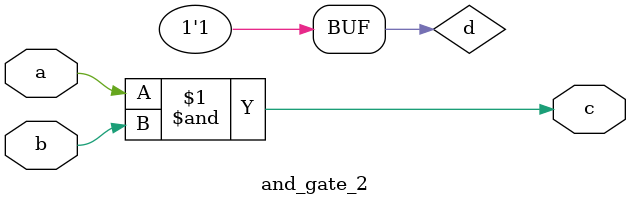
<source format=sv>
module and_gate_2 (
	input wire a, b,
	output wire c
);

reg d;

assign d = 1'b1;

assign c = a & b;


endmodule


</source>
